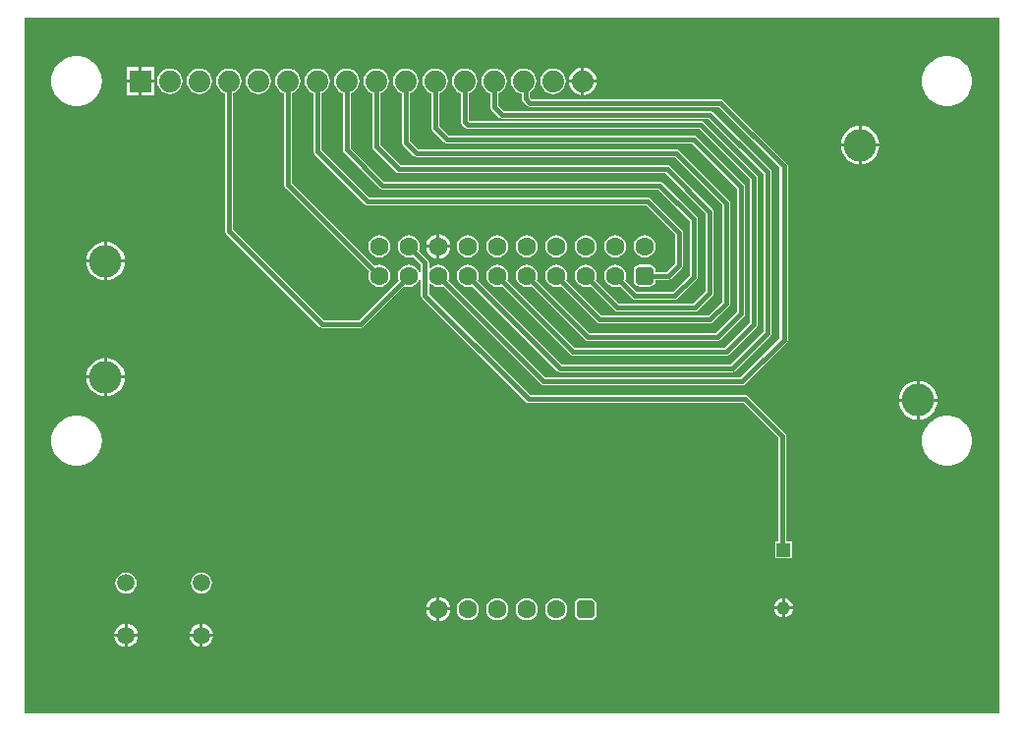
<source format=gtl>
G04*
G04 #@! TF.GenerationSoftware,Altium Limited,Altium Designer,21.3.2 (30)*
G04*
G04 Layer_Physical_Order=1*
G04 Layer_Color=13311*
%FSLAX25Y25*%
%MOIN*%
G70*
G04*
G04 #@! TF.SameCoordinates,C5F37314-CDAC-41E9-AC7F-4832BFE522EA*
G04*
G04*
G04 #@! TF.FilePolarity,Positive*
G04*
G01*
G75*
%ADD14C,0.04528*%
%ADD15R,0.04528X0.04528*%
%ADD21C,0.11024*%
%ADD22C,0.01500*%
%ADD23C,0.05906*%
%ADD24C,0.06299*%
G04:AMPARAMS|DCode=25|XSize=62.99mil|YSize=62.99mil|CornerRadius=15.75mil|HoleSize=0mil|Usage=FLASHONLY|Rotation=180.000|XOffset=0mil|YOffset=0mil|HoleType=Round|Shape=RoundedRectangle|*
%AMROUNDEDRECTD25*
21,1,0.06299,0.03150,0,0,180.0*
21,1,0.03150,0.06299,0,0,180.0*
1,1,0.03150,-0.01575,0.01575*
1,1,0.03150,0.01575,0.01575*
1,1,0.03150,0.01575,-0.01575*
1,1,0.03150,-0.01575,-0.01575*
%
%ADD25ROUNDEDRECTD25*%
%ADD26R,0.07400X0.07400*%
%ADD27C,0.07400*%
G36*
X362205Y43307D02*
X31496D01*
Y279528D01*
X362205D01*
Y43307D01*
D02*
G37*
%LPC*%
G36*
X345264Y266387D02*
X343713D01*
X343652Y266362D01*
X343588Y266375D01*
X342067Y266072D01*
X342012Y266036D01*
X341947D01*
X340514Y265442D01*
X340468Y265396D01*
X340403Y265383D01*
X339114Y264522D01*
X339077Y264467D01*
X339017Y264442D01*
X337920Y263345D01*
X337895Y263285D01*
X337841Y263248D01*
X336979Y261959D01*
X336966Y261895D01*
X336920Y261848D01*
X336326Y260415D01*
Y260350D01*
X336290Y260296D01*
X335987Y258774D01*
X336000Y258710D01*
X335975Y258649D01*
Y257099D01*
X336000Y257038D01*
X335987Y256974D01*
X336290Y255452D01*
X336326Y255398D01*
Y255333D01*
X336920Y253900D01*
X336966Y253853D01*
X336979Y253789D01*
X337841Y252500D01*
X337895Y252463D01*
X337920Y252403D01*
X339017Y251306D01*
X339077Y251281D01*
X339114Y251226D01*
X340403Y250365D01*
X340468Y250352D01*
X340514Y250306D01*
X341947Y249712D01*
X342012D01*
X342067Y249676D01*
X343588Y249373D01*
X343652Y249386D01*
X343713Y249361D01*
X345264D01*
X345324Y249386D01*
X345388Y249373D01*
X346910Y249676D01*
X346964Y249712D01*
X347030D01*
X348463Y250306D01*
X348509Y250352D01*
X348573Y250365D01*
X349863Y251226D01*
X349899Y251281D01*
X349960Y251306D01*
X351056Y252403D01*
X351081Y252463D01*
X351136Y252500D01*
X351997Y253789D01*
X352010Y253853D01*
X352057Y253900D01*
X352650Y255333D01*
Y255398D01*
X352687Y255452D01*
X352989Y256974D01*
X352976Y257038D01*
X353001Y257099D01*
Y258649D01*
X352976Y258710D01*
X352989Y258774D01*
X352687Y260296D01*
X352650Y260350D01*
Y260415D01*
X352057Y261848D01*
X352010Y261895D01*
X351997Y261959D01*
X351136Y263248D01*
X351081Y263285D01*
X351056Y263345D01*
X349960Y264442D01*
X349899Y264467D01*
X349863Y264522D01*
X348573Y265383D01*
X348509Y265396D01*
X348463Y265442D01*
X347030Y266036D01*
X346964D01*
X346910Y266072D01*
X345388Y266375D01*
X345324Y266362D01*
X345264Y266387D01*
D02*
G37*
G36*
X49988D02*
X48437D01*
X48377Y266362D01*
X48312Y266375D01*
X46791Y266072D01*
X46737Y266036D01*
X46671D01*
X45238Y265442D01*
X45192Y265396D01*
X45128Y265383D01*
X43838Y264522D01*
X43802Y264467D01*
X43741Y264442D01*
X42644Y263345D01*
X42619Y263285D01*
X42565Y263248D01*
X41703Y261959D01*
X41690Y261895D01*
X41644Y261848D01*
X41051Y260415D01*
Y260350D01*
X41014Y260296D01*
X40712Y258774D01*
X40724Y258710D01*
X40699Y258649D01*
Y257099D01*
X40724Y257038D01*
X40712Y256974D01*
X41014Y255452D01*
X41051Y255398D01*
Y255333D01*
X41644Y253900D01*
X41690Y253853D01*
X41703Y253789D01*
X42565Y252500D01*
X42619Y252463D01*
X42644Y252403D01*
X43741Y251306D01*
X43802Y251281D01*
X43838Y251226D01*
X45128Y250365D01*
X45192Y250352D01*
X45238Y250306D01*
X46671Y249712D01*
X46737D01*
X46791Y249676D01*
X48312Y249373D01*
X48377Y249386D01*
X48437Y249361D01*
X49988D01*
X50049Y249386D01*
X50113Y249373D01*
X51634Y249676D01*
X51688Y249712D01*
X51754D01*
X53187Y250306D01*
X53233Y250352D01*
X53298Y250365D01*
X54587Y251226D01*
X54624Y251281D01*
X54684Y251306D01*
X55781Y252403D01*
X55806Y252463D01*
X55860Y252500D01*
X56722Y253789D01*
X56735Y253853D01*
X56781Y253900D01*
X57375Y255333D01*
Y255398D01*
X57411Y255452D01*
X57714Y256974D01*
X57701Y257038D01*
X57726Y257099D01*
Y258649D01*
X57701Y258710D01*
X57714Y258774D01*
X57411Y260296D01*
X57375Y260350D01*
Y260415D01*
X56781Y261848D01*
X56735Y261895D01*
X56722Y261959D01*
X55860Y263248D01*
X55806Y263285D01*
X55781Y263345D01*
X54684Y264442D01*
X54624Y264467D01*
X54587Y264522D01*
X53298Y265383D01*
X53233Y265396D01*
X53187Y265442D01*
X51754Y266036D01*
X51688D01*
X51634Y266072D01*
X50113Y266375D01*
X50049Y266362D01*
X49988Y266387D01*
D02*
G37*
G36*
X221366Y262549D02*
Y258374D01*
X225541D01*
X225445Y259101D01*
X224972Y260244D01*
X224218Y261226D01*
X223236Y261980D01*
X222093Y262453D01*
X221366Y262549D01*
D02*
G37*
G36*
X220366D02*
X219639Y262453D01*
X218496Y261980D01*
X217514Y261226D01*
X216761Y260244D01*
X216287Y259101D01*
X216191Y258374D01*
X220366D01*
Y262549D01*
D02*
G37*
G36*
X75566Y262574D02*
X71366D01*
Y258374D01*
X75566D01*
Y262574D01*
D02*
G37*
G36*
X70366D02*
X66166D01*
Y258374D01*
X70366D01*
Y262574D01*
D02*
G37*
G36*
X210866Y262202D02*
X209746Y262054D01*
X208702Y261622D01*
X207806Y260934D01*
X207118Y260038D01*
X206686Y258994D01*
X206539Y257874D01*
X206686Y256754D01*
X207118Y255710D01*
X207806Y254814D01*
X208702Y254126D01*
X209746Y253694D01*
X210866Y253546D01*
X211986Y253694D01*
X213030Y254126D01*
X213926Y254814D01*
X214614Y255710D01*
X215046Y256754D01*
X215194Y257874D01*
X215046Y258994D01*
X214614Y260038D01*
X213926Y260934D01*
X213030Y261622D01*
X211986Y262054D01*
X210866Y262202D01*
D02*
G37*
G36*
X110866D02*
X109746Y262054D01*
X108702Y261622D01*
X107806Y260934D01*
X107118Y260038D01*
X106686Y258994D01*
X106539Y257874D01*
X106686Y256754D01*
X107118Y255710D01*
X107806Y254814D01*
X108702Y254126D01*
X109746Y253694D01*
X110866Y253546D01*
X111986Y253694D01*
X113030Y254126D01*
X113926Y254814D01*
X114614Y255710D01*
X115046Y256754D01*
X115194Y257874D01*
X115046Y258994D01*
X114614Y260038D01*
X113926Y260934D01*
X113030Y261622D01*
X111986Y262054D01*
X110866Y262202D01*
D02*
G37*
G36*
X90866D02*
X89746Y262054D01*
X88702Y261622D01*
X87806Y260934D01*
X87118Y260038D01*
X86686Y258994D01*
X86539Y257874D01*
X86686Y256754D01*
X87118Y255710D01*
X87806Y254814D01*
X88702Y254126D01*
X89746Y253694D01*
X90866Y253546D01*
X91986Y253694D01*
X93030Y254126D01*
X93926Y254814D01*
X94614Y255710D01*
X95046Y256754D01*
X95194Y257874D01*
X95046Y258994D01*
X94614Y260038D01*
X93926Y260934D01*
X93030Y261622D01*
X91986Y262054D01*
X90866Y262202D01*
D02*
G37*
G36*
X80866D02*
X79746Y262054D01*
X78702Y261622D01*
X77806Y260934D01*
X77118Y260038D01*
X76686Y258994D01*
X76539Y257874D01*
X76686Y256754D01*
X77118Y255710D01*
X77806Y254814D01*
X78702Y254126D01*
X79746Y253694D01*
X80866Y253546D01*
X81986Y253694D01*
X83030Y254126D01*
X83926Y254814D01*
X84614Y255710D01*
X85046Y256754D01*
X85194Y257874D01*
X85046Y258994D01*
X84614Y260038D01*
X83926Y260934D01*
X83030Y261622D01*
X81986Y262054D01*
X80866Y262202D01*
D02*
G37*
G36*
X225541Y257374D02*
X221366D01*
Y253199D01*
X222093Y253295D01*
X223236Y253769D01*
X224218Y254522D01*
X224972Y255504D01*
X225445Y256647D01*
X225541Y257374D01*
D02*
G37*
G36*
X220366D02*
X216191D01*
X216287Y256647D01*
X216761Y255504D01*
X217514Y254522D01*
X218496Y253769D01*
X219639Y253295D01*
X220366Y253199D01*
Y257374D01*
D02*
G37*
G36*
X75566D02*
X71366D01*
Y253174D01*
X75566D01*
Y257374D01*
D02*
G37*
G36*
X70366D02*
X66166D01*
Y253174D01*
X70366D01*
Y257374D01*
D02*
G37*
G36*
X315461Y242715D02*
Y236720D01*
X321455D01*
X321378Y237497D01*
X321006Y238724D01*
X320401Y239856D01*
X319587Y240847D01*
X318596Y241661D01*
X317465Y242266D01*
X316237Y242638D01*
X315461Y242715D01*
D02*
G37*
G36*
X314461D02*
X313684Y242638D01*
X312457Y242266D01*
X311325Y241661D01*
X310334Y240847D01*
X309520Y239856D01*
X308915Y238724D01*
X308543Y237497D01*
X308467Y236720D01*
X314461D01*
Y242715D01*
D02*
G37*
G36*
X321455Y235720D02*
X315461D01*
Y229726D01*
X316237Y229803D01*
X317465Y230175D01*
X318596Y230780D01*
X319587Y231594D01*
X320401Y232585D01*
X321006Y233716D01*
X321378Y234944D01*
X321455Y235720D01*
D02*
G37*
G36*
X314461D02*
X308467D01*
X308543Y234944D01*
X308915Y233716D01*
X309520Y232585D01*
X310334Y231594D01*
X311325Y230780D01*
X312457Y230175D01*
X313684Y229803D01*
X314461Y229726D01*
Y235720D01*
D02*
G37*
G36*
X172350Y205970D02*
Y202350D01*
X175970D01*
X175893Y202934D01*
X175475Y203943D01*
X174810Y204810D01*
X173943Y205475D01*
X172934Y205893D01*
X172350Y205970D01*
D02*
G37*
G36*
X171350Y205970D02*
X170767Y205893D01*
X169758Y205475D01*
X168891Y204810D01*
X168226Y203943D01*
X167808Y202934D01*
X167731Y202350D01*
X171350D01*
Y205970D01*
D02*
G37*
G36*
X241850Y205623D02*
X240874Y205494D01*
X239964Y205117D01*
X239183Y204518D01*
X238583Y203737D01*
X238207Y202827D01*
X238078Y201850D01*
X238207Y200874D01*
X238583Y199964D01*
X239183Y199183D01*
X239964Y198583D01*
X240874Y198206D01*
X241850Y198078D01*
X242827Y198206D01*
X243737Y198583D01*
X244518Y199183D01*
X245117Y199964D01*
X245494Y200874D01*
X245623Y201850D01*
X245494Y202827D01*
X245117Y203737D01*
X244518Y204518D01*
X243737Y205117D01*
X242827Y205494D01*
X241850Y205623D01*
D02*
G37*
G36*
X231850D02*
X230874Y205494D01*
X229964Y205117D01*
X229183Y204518D01*
X228583Y203737D01*
X228206Y202827D01*
X228078Y201850D01*
X228206Y200874D01*
X228583Y199964D01*
X229183Y199183D01*
X229964Y198583D01*
X230874Y198206D01*
X231850Y198078D01*
X232827Y198206D01*
X233737Y198583D01*
X234518Y199183D01*
X235117Y199964D01*
X235494Y200874D01*
X235623Y201850D01*
X235494Y202827D01*
X235117Y203737D01*
X234518Y204518D01*
X233737Y205117D01*
X232827Y205494D01*
X231850Y205623D01*
D02*
G37*
G36*
X221850D02*
X220874Y205494D01*
X219964Y205117D01*
X219183Y204518D01*
X218583Y203737D01*
X218207Y202827D01*
X218078Y201850D01*
X218207Y200874D01*
X218583Y199964D01*
X219183Y199183D01*
X219964Y198583D01*
X220874Y198206D01*
X221850Y198078D01*
X222827Y198206D01*
X223737Y198583D01*
X224518Y199183D01*
X225117Y199964D01*
X225494Y200874D01*
X225623Y201850D01*
X225494Y202827D01*
X225117Y203737D01*
X224518Y204518D01*
X223737Y205117D01*
X222827Y205494D01*
X221850Y205623D01*
D02*
G37*
G36*
X211850D02*
X210874Y205494D01*
X209964Y205117D01*
X209183Y204518D01*
X208583Y203737D01*
X208207Y202827D01*
X208078Y201850D01*
X208207Y200874D01*
X208583Y199964D01*
X209183Y199183D01*
X209964Y198583D01*
X210874Y198206D01*
X211850Y198078D01*
X212827Y198206D01*
X213737Y198583D01*
X214518Y199183D01*
X215117Y199964D01*
X215494Y200874D01*
X215623Y201850D01*
X215494Y202827D01*
X215117Y203737D01*
X214518Y204518D01*
X213737Y205117D01*
X212827Y205494D01*
X211850Y205623D01*
D02*
G37*
G36*
X201850D02*
X200874Y205494D01*
X199964Y205117D01*
X199183Y204518D01*
X198583Y203737D01*
X198206Y202827D01*
X198078Y201850D01*
X198206Y200874D01*
X198583Y199964D01*
X199183Y199183D01*
X199964Y198583D01*
X200874Y198206D01*
X201850Y198078D01*
X202827Y198206D01*
X203737Y198583D01*
X204518Y199183D01*
X205117Y199964D01*
X205494Y200874D01*
X205623Y201850D01*
X205494Y202827D01*
X205117Y203737D01*
X204518Y204518D01*
X203737Y205117D01*
X202827Y205494D01*
X201850Y205623D01*
D02*
G37*
G36*
X191850D02*
X190874Y205494D01*
X189964Y205117D01*
X189183Y204518D01*
X188583Y203737D01*
X188207Y202827D01*
X188078Y201850D01*
X188207Y200874D01*
X188583Y199964D01*
X189183Y199183D01*
X189964Y198583D01*
X190874Y198206D01*
X191850Y198078D01*
X192827Y198206D01*
X193737Y198583D01*
X194518Y199183D01*
X195117Y199964D01*
X195494Y200874D01*
X195623Y201850D01*
X195494Y202827D01*
X195117Y203737D01*
X194518Y204518D01*
X193737Y205117D01*
X192827Y205494D01*
X191850Y205623D01*
D02*
G37*
G36*
X181850D02*
X180874Y205494D01*
X179964Y205117D01*
X179183Y204518D01*
X178583Y203737D01*
X178207Y202827D01*
X178078Y201850D01*
X178207Y200874D01*
X178583Y199964D01*
X179183Y199183D01*
X179964Y198583D01*
X180874Y198206D01*
X181850Y198078D01*
X182827Y198206D01*
X183737Y198583D01*
X184518Y199183D01*
X185117Y199964D01*
X185494Y200874D01*
X185623Y201850D01*
X185494Y202827D01*
X185117Y203737D01*
X184518Y204518D01*
X183737Y205117D01*
X182827Y205494D01*
X181850Y205623D01*
D02*
G37*
G36*
X151850D02*
X150874Y205494D01*
X149964Y205117D01*
X149183Y204518D01*
X148583Y203737D01*
X148206Y202827D01*
X148078Y201850D01*
X148206Y200874D01*
X148583Y199964D01*
X149183Y199183D01*
X149964Y198583D01*
X150874Y198206D01*
X151850Y198078D01*
X152827Y198206D01*
X153737Y198583D01*
X154518Y199183D01*
X155117Y199964D01*
X155494Y200874D01*
X155623Y201850D01*
X155494Y202827D01*
X155117Y203737D01*
X154518Y204518D01*
X153737Y205117D01*
X152827Y205494D01*
X151850Y205623D01*
D02*
G37*
G36*
X175970Y201350D02*
X172350D01*
Y197731D01*
X172934Y197808D01*
X173943Y198226D01*
X174810Y198891D01*
X175475Y199758D01*
X175893Y200767D01*
X175970Y201350D01*
D02*
G37*
G36*
X171350D02*
X167731D01*
X167808Y200767D01*
X168226Y199758D01*
X168891Y198891D01*
X169758Y198226D01*
X170767Y197808D01*
X171350Y197731D01*
Y201350D01*
D02*
G37*
G36*
X59555Y203344D02*
Y197350D01*
X65549D01*
X65473Y198127D01*
X65100Y199354D01*
X64496Y200486D01*
X63682Y201477D01*
X62690Y202291D01*
X61559Y202896D01*
X60332Y203268D01*
X59555Y203344D01*
D02*
G37*
G36*
X58555D02*
X57779Y203268D01*
X56551Y202896D01*
X55420Y202291D01*
X54428Y201477D01*
X53614Y200486D01*
X53010Y199354D01*
X52637Y198127D01*
X52561Y197350D01*
X58555D01*
Y203344D01*
D02*
G37*
G36*
X130866Y262202D02*
X129746Y262054D01*
X128702Y261622D01*
X127806Y260934D01*
X127118Y260038D01*
X126686Y258994D01*
X126539Y257874D01*
X126686Y256754D01*
X127118Y255710D01*
X127806Y254814D01*
X128702Y254126D01*
X129499Y253796D01*
Y234134D01*
X129603Y233611D01*
X129900Y233167D01*
X147034Y216034D01*
X147477Y215737D01*
X148000Y215633D01*
X242434D01*
X252133Y205934D01*
Y196066D01*
X249284Y193217D01*
X245633D01*
Y193425D01*
X245465Y194270D01*
X244986Y194986D01*
X244270Y195465D01*
X243425Y195633D01*
X240276D01*
X239431Y195465D01*
X238715Y194986D01*
X238236Y194270D01*
X238068Y193425D01*
Y190276D01*
X238236Y189431D01*
X238715Y188715D01*
X239431Y188236D01*
X240276Y188068D01*
X243425D01*
X244270Y188236D01*
X244986Y188715D01*
X245465Y189431D01*
X245633Y190276D01*
Y190484D01*
X249850D01*
X250374Y190588D01*
X250817Y190884D01*
X254467Y194534D01*
X254763Y194977D01*
X254867Y195500D01*
Y206500D01*
X254763Y207023D01*
X254467Y207467D01*
X243967Y217967D01*
X243523Y218263D01*
X243000Y218367D01*
X148566D01*
X132233Y234700D01*
Y253796D01*
X133030Y254126D01*
X133926Y254814D01*
X134614Y255710D01*
X135046Y256754D01*
X135194Y257874D01*
X135046Y258994D01*
X134614Y260038D01*
X133926Y260934D01*
X133030Y261622D01*
X131986Y262054D01*
X130866Y262202D01*
D02*
G37*
G36*
X65549Y196350D02*
X59555D01*
Y190356D01*
X60332Y190433D01*
X61559Y190805D01*
X62690Y191410D01*
X63682Y192224D01*
X64496Y193215D01*
X65100Y194346D01*
X65473Y195574D01*
X65549Y196350D01*
D02*
G37*
G36*
X58555D02*
X52561D01*
X52637Y195574D01*
X53010Y194346D01*
X53614Y193215D01*
X54428Y192224D01*
X55420Y191410D01*
X56551Y190805D01*
X57779Y190433D01*
X58555Y190356D01*
Y196350D01*
D02*
G37*
G36*
X120866Y262202D02*
X119746Y262054D01*
X118702Y261622D01*
X117806Y260934D01*
X117118Y260038D01*
X116686Y258994D01*
X116539Y257874D01*
X116686Y256754D01*
X117118Y255710D01*
X117806Y254814D01*
X118702Y254126D01*
X119499Y253796D01*
Y222835D01*
X119603Y222312D01*
X119900Y221868D01*
X148422Y193346D01*
X148206Y192827D01*
X148078Y191850D01*
X148206Y190874D01*
X148583Y189964D01*
X149183Y189183D01*
X149964Y188583D01*
X150874Y188207D01*
X151850Y188078D01*
X152827Y188207D01*
X153737Y188583D01*
X154518Y189183D01*
X155117Y189964D01*
X155494Y190874D01*
X155623Y191850D01*
X155494Y192827D01*
X155117Y193737D01*
X154518Y194518D01*
X153737Y195117D01*
X152827Y195494D01*
X151850Y195623D01*
X150874Y195494D01*
X150355Y195279D01*
X122233Y223401D01*
Y253796D01*
X123030Y254126D01*
X123926Y254814D01*
X124614Y255710D01*
X125046Y256754D01*
X125194Y257874D01*
X125046Y258994D01*
X124614Y260038D01*
X123926Y260934D01*
X123030Y261622D01*
X121986Y262054D01*
X120866Y262202D01*
D02*
G37*
G36*
X140866D02*
X139746Y262054D01*
X138702Y261622D01*
X137806Y260934D01*
X137118Y260038D01*
X136686Y258994D01*
X136539Y257874D01*
X136686Y256754D01*
X137118Y255710D01*
X137806Y254814D01*
X138702Y254126D01*
X139499Y253796D01*
Y234634D01*
X139603Y234111D01*
X139900Y233667D01*
X152033Y221533D01*
X152477Y221237D01*
X153000Y221133D01*
X246434D01*
X257133Y210434D01*
Y192066D01*
X251434Y186367D01*
X239267D01*
X235279Y190355D01*
X235494Y190874D01*
X235623Y191850D01*
X235494Y192827D01*
X235117Y193737D01*
X234518Y194518D01*
X233737Y195117D01*
X232827Y195494D01*
X231850Y195623D01*
X230874Y195494D01*
X229964Y195117D01*
X229183Y194518D01*
X228583Y193737D01*
X228206Y192827D01*
X228078Y191850D01*
X228206Y190874D01*
X228583Y189964D01*
X229183Y189183D01*
X229964Y188583D01*
X230874Y188207D01*
X231850Y188078D01*
X232827Y188207D01*
X233346Y188422D01*
X237734Y184034D01*
X238178Y183737D01*
X238701Y183633D01*
X252000D01*
X252523Y183737D01*
X252966Y184034D01*
X259467Y190533D01*
X259763Y190977D01*
X259867Y191500D01*
Y211000D01*
X259763Y211523D01*
X259467Y211966D01*
X247967Y223466D01*
X247523Y223763D01*
X247000Y223867D01*
X153566D01*
X142233Y235200D01*
Y253796D01*
X143030Y254126D01*
X143926Y254814D01*
X144614Y255710D01*
X145046Y256754D01*
X145194Y257874D01*
X145046Y258994D01*
X144614Y260038D01*
X143926Y260934D01*
X143030Y261622D01*
X141986Y262054D01*
X140866Y262202D01*
D02*
G37*
G36*
X150866D02*
X149746Y262054D01*
X148702Y261622D01*
X147806Y260934D01*
X147118Y260038D01*
X146686Y258994D01*
X146539Y257874D01*
X146686Y256754D01*
X147118Y255710D01*
X147806Y254814D01*
X148702Y254126D01*
X149499Y253796D01*
Y235634D01*
X149603Y235111D01*
X149900Y234667D01*
X157534Y227033D01*
X157977Y226737D01*
X158500Y226633D01*
X248934D01*
X262633Y212934D01*
Y186566D01*
X258434Y182367D01*
X233267D01*
X225279Y190355D01*
X225494Y190874D01*
X225623Y191850D01*
X225494Y192827D01*
X225117Y193737D01*
X224518Y194518D01*
X223737Y195117D01*
X222827Y195494D01*
X221850Y195623D01*
X220874Y195494D01*
X219964Y195117D01*
X219183Y194518D01*
X218583Y193737D01*
X218207Y192827D01*
X218078Y191850D01*
X218207Y190874D01*
X218583Y189964D01*
X219183Y189183D01*
X219964Y188583D01*
X220874Y188207D01*
X221850Y188078D01*
X222827Y188207D01*
X223346Y188422D01*
X231734Y180034D01*
X232178Y179737D01*
X232701Y179633D01*
X259000D01*
X259523Y179737D01*
X259966Y180034D01*
X264967Y185034D01*
X265263Y185477D01*
X265367Y186000D01*
Y213500D01*
X265263Y214023D01*
X264967Y214467D01*
X250466Y228966D01*
X250023Y229263D01*
X249500Y229367D01*
X159066D01*
X152233Y236200D01*
Y253796D01*
X153030Y254126D01*
X153926Y254814D01*
X154614Y255710D01*
X155046Y256754D01*
X155194Y257874D01*
X155046Y258994D01*
X154614Y260038D01*
X153926Y260934D01*
X153030Y261622D01*
X151986Y262054D01*
X150866Y262202D01*
D02*
G37*
G36*
X160866D02*
X159746Y262054D01*
X158702Y261622D01*
X157806Y260934D01*
X157118Y260038D01*
X156686Y258994D01*
X156539Y257874D01*
X156686Y256754D01*
X157118Y255710D01*
X157806Y254814D01*
X158702Y254126D01*
X159499Y253796D01*
Y237134D01*
X159603Y236611D01*
X159900Y236167D01*
X163533Y232534D01*
X163977Y232237D01*
X164500Y232133D01*
X251934D01*
X268133Y215934D01*
Y183066D01*
X263434Y178367D01*
X227267D01*
X215279Y190355D01*
X215494Y190874D01*
X215623Y191850D01*
X215494Y192827D01*
X215117Y193737D01*
X214518Y194518D01*
X213737Y195117D01*
X212827Y195494D01*
X211850Y195623D01*
X210874Y195494D01*
X209964Y195117D01*
X209183Y194518D01*
X208583Y193737D01*
X208207Y192827D01*
X208078Y191850D01*
X208207Y190874D01*
X208583Y189964D01*
X209183Y189183D01*
X209964Y188583D01*
X210874Y188207D01*
X211850Y188078D01*
X212827Y188207D01*
X213346Y188422D01*
X225734Y176033D01*
X226178Y175737D01*
X226701Y175633D01*
X264000D01*
X264523Y175737D01*
X264967Y176033D01*
X270466Y181534D01*
X270763Y181977D01*
X270867Y182500D01*
Y216500D01*
X270763Y217023D01*
X270466Y217466D01*
X253467Y234467D01*
X253023Y234763D01*
X252500Y234867D01*
X165066D01*
X162233Y237700D01*
Y253796D01*
X163030Y254126D01*
X163926Y254814D01*
X164614Y255710D01*
X165046Y256754D01*
X165194Y257874D01*
X165046Y258994D01*
X164614Y260038D01*
X163926Y260934D01*
X163030Y261622D01*
X161986Y262054D01*
X160866Y262202D01*
D02*
G37*
G36*
X170866D02*
X169746Y262054D01*
X168702Y261622D01*
X167806Y260934D01*
X167118Y260038D01*
X166686Y258994D01*
X166539Y257874D01*
X166686Y256754D01*
X167118Y255710D01*
X167806Y254814D01*
X168702Y254126D01*
X169499Y253796D01*
Y242134D01*
X169603Y241611D01*
X169900Y241167D01*
X174033Y237034D01*
X174477Y236737D01*
X175000Y236633D01*
X257934D01*
X273133Y221434D01*
Y179566D01*
X265934Y172367D01*
X223267D01*
X205279Y190355D01*
X205494Y190874D01*
X205623Y191850D01*
X205494Y192827D01*
X205117Y193737D01*
X204518Y194518D01*
X203737Y195117D01*
X202827Y195494D01*
X201850Y195623D01*
X200874Y195494D01*
X199964Y195117D01*
X199183Y194518D01*
X198583Y193737D01*
X198206Y192827D01*
X198078Y191850D01*
X198206Y190874D01*
X198583Y189964D01*
X199183Y189183D01*
X199964Y188583D01*
X200874Y188207D01*
X201850Y188078D01*
X202827Y188207D01*
X203346Y188422D01*
X221734Y170034D01*
X222178Y169737D01*
X222701Y169633D01*
X266500D01*
X267023Y169737D01*
X267466Y170034D01*
X275466Y178033D01*
X275763Y178477D01*
X275867Y179000D01*
Y222000D01*
X275763Y222523D01*
X275466Y222967D01*
X259467Y238966D01*
X259023Y239263D01*
X258500Y239367D01*
X175566D01*
X172233Y242700D01*
Y253796D01*
X173030Y254126D01*
X173926Y254814D01*
X174614Y255710D01*
X175046Y256754D01*
X175194Y257874D01*
X175046Y258994D01*
X174614Y260038D01*
X173926Y260934D01*
X173030Y261622D01*
X171986Y262054D01*
X170866Y262202D01*
D02*
G37*
G36*
X180866D02*
X179746Y262054D01*
X178702Y261622D01*
X177806Y260934D01*
X177118Y260038D01*
X176686Y258994D01*
X176539Y257874D01*
X176686Y256754D01*
X177118Y255710D01*
X177806Y254814D01*
X178702Y254126D01*
X179499Y253796D01*
Y244134D01*
X179603Y243611D01*
X179900Y243167D01*
X181034Y242034D01*
X181477Y241737D01*
X182000Y241633D01*
X260434D01*
X277633Y224434D01*
Y176066D01*
X268934Y167367D01*
X218267D01*
X195279Y190355D01*
X195494Y190874D01*
X195623Y191850D01*
X195494Y192827D01*
X195117Y193737D01*
X194518Y194518D01*
X193737Y195117D01*
X192827Y195494D01*
X191850Y195623D01*
X190874Y195494D01*
X189964Y195117D01*
X189183Y194518D01*
X188583Y193737D01*
X188207Y192827D01*
X188078Y191850D01*
X188207Y190874D01*
X188583Y189964D01*
X189183Y189183D01*
X189964Y188583D01*
X190874Y188207D01*
X191850Y188078D01*
X192827Y188207D01*
X193346Y188422D01*
X216734Y165033D01*
X217178Y164737D01*
X217701Y164633D01*
X269500D01*
X270023Y164737D01*
X270466Y165033D01*
X279966Y174533D01*
X280263Y174977D01*
X280367Y175500D01*
Y225000D01*
X280263Y225523D01*
X279966Y225967D01*
X261966Y243967D01*
X261523Y244263D01*
X261000Y244367D01*
X182566D01*
X182233Y244700D01*
Y253796D01*
X183030Y254126D01*
X183926Y254814D01*
X184614Y255710D01*
X185046Y256754D01*
X185194Y257874D01*
X185046Y258994D01*
X184614Y260038D01*
X183926Y260934D01*
X183030Y261622D01*
X181986Y262054D01*
X180866Y262202D01*
D02*
G37*
G36*
X190866D02*
X189746Y262054D01*
X188702Y261622D01*
X187806Y260934D01*
X187118Y260038D01*
X186686Y258994D01*
X186539Y257874D01*
X186686Y256754D01*
X187118Y255710D01*
X187806Y254814D01*
X188702Y254126D01*
X189499Y253796D01*
Y249134D01*
X189603Y248611D01*
X189900Y248167D01*
X192534Y245533D01*
X192977Y245237D01*
X193500Y245133D01*
X263434D01*
X282133Y226434D01*
Y173066D01*
X270934Y161867D01*
X213767D01*
X185279Y190355D01*
X185494Y190874D01*
X185623Y191850D01*
X185494Y192827D01*
X185117Y193737D01*
X184518Y194518D01*
X183737Y195117D01*
X182827Y195494D01*
X181850Y195623D01*
X180874Y195494D01*
X179964Y195117D01*
X179183Y194518D01*
X178583Y193737D01*
X178207Y192827D01*
X178078Y191850D01*
X178207Y190874D01*
X178583Y189964D01*
X179183Y189183D01*
X179964Y188583D01*
X180874Y188207D01*
X181850Y188078D01*
X182827Y188207D01*
X183346Y188422D01*
X212234Y159534D01*
X212678Y159237D01*
X213201Y159133D01*
X271500D01*
X272023Y159237D01*
X272466Y159534D01*
X284467Y171534D01*
X284763Y171977D01*
X284867Y172500D01*
Y227000D01*
X284763Y227523D01*
X284467Y227966D01*
X264967Y247466D01*
X264523Y247763D01*
X264000Y247867D01*
X194066D01*
X192233Y249700D01*
Y253796D01*
X193030Y254126D01*
X193926Y254814D01*
X194614Y255710D01*
X195046Y256754D01*
X195194Y257874D01*
X195046Y258994D01*
X194614Y260038D01*
X193926Y260934D01*
X193030Y261622D01*
X191986Y262054D01*
X190866Y262202D01*
D02*
G37*
G36*
X59555Y163974D02*
Y157980D01*
X65549D01*
X65473Y158757D01*
X65100Y159984D01*
X64496Y161116D01*
X63682Y162107D01*
X62690Y162921D01*
X61559Y163525D01*
X60332Y163898D01*
X59555Y163974D01*
D02*
G37*
G36*
X58555D02*
X57779Y163898D01*
X56551Y163525D01*
X55420Y162921D01*
X54428Y162107D01*
X53614Y161116D01*
X53010Y159984D01*
X52637Y158757D01*
X52561Y157980D01*
X58555D01*
Y163974D01*
D02*
G37*
G36*
X200866Y262202D02*
X199746Y262054D01*
X198702Y261622D01*
X197806Y260934D01*
X197118Y260038D01*
X196686Y258994D01*
X196539Y257874D01*
X196686Y256754D01*
X197118Y255710D01*
X197806Y254814D01*
X198702Y254126D01*
X199746Y253694D01*
X200209Y253633D01*
Y251924D01*
X200313Y251401D01*
X200609Y250957D01*
X202033Y249534D01*
X202477Y249237D01*
X203000Y249133D01*
X267155D01*
X287720Y228568D01*
Y170653D01*
X274434Y157367D01*
X208267D01*
X175279Y190355D01*
X175494Y190874D01*
X175623Y191850D01*
X175494Y192827D01*
X175117Y193737D01*
X174518Y194518D01*
X173737Y195117D01*
X172827Y195494D01*
X171850Y195623D01*
X170874Y195494D01*
X169964Y195117D01*
X169227Y194552D01*
X168874Y194623D01*
X168727Y194673D01*
Y196341D01*
X168623Y196864D01*
X168327Y197307D01*
X165279Y200355D01*
X165494Y200874D01*
X165623Y201850D01*
X165494Y202827D01*
X165117Y203737D01*
X164518Y204518D01*
X163737Y205117D01*
X162827Y205494D01*
X161850Y205623D01*
X160874Y205494D01*
X159964Y205117D01*
X159183Y204518D01*
X158583Y203737D01*
X158206Y202827D01*
X158078Y201850D01*
X158206Y200874D01*
X158583Y199964D01*
X159183Y199183D01*
X159964Y198583D01*
X160874Y198206D01*
X161850Y198078D01*
X162827Y198206D01*
X163346Y198422D01*
X165993Y195774D01*
Y192866D01*
X165494Y192827D01*
X165117Y193737D01*
X164518Y194518D01*
X163737Y195117D01*
X162827Y195494D01*
X161850Y195623D01*
X160874Y195494D01*
X159964Y195117D01*
X159183Y194518D01*
X158583Y193737D01*
X158206Y192827D01*
X158078Y191850D01*
X158206Y190874D01*
X158422Y190355D01*
X144934Y176867D01*
X133066D01*
X102233Y207700D01*
Y253796D01*
X103030Y254126D01*
X103926Y254814D01*
X104614Y255710D01*
X105046Y256754D01*
X105194Y257874D01*
X105046Y258994D01*
X104614Y260038D01*
X103926Y260934D01*
X103030Y261622D01*
X101986Y262054D01*
X100866Y262202D01*
X99746Y262054D01*
X98702Y261622D01*
X97806Y260934D01*
X97118Y260038D01*
X96686Y258994D01*
X96539Y257874D01*
X96686Y256754D01*
X97118Y255710D01*
X97806Y254814D01*
X98702Y254126D01*
X99499Y253796D01*
Y207134D01*
X99603Y206611D01*
X99900Y206167D01*
X131534Y174533D01*
X131977Y174237D01*
X132500Y174133D01*
X145500D01*
X146023Y174237D01*
X146467Y174533D01*
X160355Y188422D01*
X160874Y188207D01*
X161850Y188078D01*
X162827Y188207D01*
X163737Y188583D01*
X164518Y189183D01*
X165117Y189964D01*
X165494Y190874D01*
X165993Y190835D01*
Y185140D01*
X166097Y184617D01*
X166394Y184173D01*
X201534Y149033D01*
X201977Y148737D01*
X202500Y148633D01*
X275434D01*
X287133Y136934D01*
Y101697D01*
X286146D01*
Y95988D01*
X291854D01*
Y101697D01*
X289867D01*
Y137500D01*
X289763Y138023D01*
X289467Y138467D01*
X276967Y150967D01*
X276523Y151263D01*
X276000Y151367D01*
X203066D01*
X168727Y185706D01*
Y189028D01*
X168874Y189078D01*
X169227Y189149D01*
X169964Y188583D01*
X170874Y188207D01*
X171850Y188078D01*
X172827Y188207D01*
X173346Y188422D01*
X206734Y155034D01*
X207178Y154737D01*
X207701Y154633D01*
X275000D01*
X275523Y154737D01*
X275967Y155034D01*
X290054Y169121D01*
X290350Y169564D01*
X290454Y170087D01*
Y229134D01*
X290350Y229657D01*
X290054Y230100D01*
X268687Y251466D01*
X268244Y251763D01*
X267721Y251867D01*
X203566D01*
X202943Y252490D01*
Y254090D01*
X203030Y254126D01*
X203926Y254814D01*
X204614Y255710D01*
X205046Y256754D01*
X205194Y257874D01*
X205046Y258994D01*
X204614Y260038D01*
X203926Y260934D01*
X203030Y261622D01*
X201986Y262054D01*
X200866Y262202D01*
D02*
G37*
G36*
X65549Y156980D02*
X59555D01*
Y150986D01*
X60332Y151063D01*
X61559Y151435D01*
X62690Y152040D01*
X63682Y152854D01*
X64496Y153845D01*
X65100Y154976D01*
X65473Y156204D01*
X65549Y156980D01*
D02*
G37*
G36*
X58555D02*
X52561D01*
X52637Y156204D01*
X53010Y154976D01*
X53614Y153845D01*
X54428Y152854D01*
X55420Y152040D01*
X56551Y151435D01*
X57779Y151063D01*
X58555Y150986D01*
Y156980D01*
D02*
G37*
G36*
X335146Y156100D02*
Y150106D01*
X341140D01*
X341063Y150883D01*
X340691Y152110D01*
X340086Y153242D01*
X339272Y154233D01*
X338281Y155047D01*
X337150Y155651D01*
X335922Y156024D01*
X335146Y156100D01*
D02*
G37*
G36*
X334146D02*
X333369Y156024D01*
X332142Y155651D01*
X331010Y155047D01*
X330019Y154233D01*
X329205Y153242D01*
X328600Y152110D01*
X328228Y150883D01*
X328152Y150106D01*
X334146D01*
Y156100D01*
D02*
G37*
G36*
X345264Y144340D02*
X343713D01*
X343652Y144315D01*
X343588Y144328D01*
X342067Y144025D01*
X342012Y143989D01*
X341947D01*
X340514Y143395D01*
X340468Y143349D01*
X340403Y143336D01*
X339114Y142474D01*
X339077Y142420D01*
X339017Y142395D01*
X337920Y141298D01*
X337895Y141238D01*
X337841Y141201D01*
X336979Y139912D01*
X336966Y139847D01*
X336920Y139801D01*
X336326Y138368D01*
Y138303D01*
X336290Y138248D01*
X335987Y136727D01*
X336000Y136663D01*
X335975Y136602D01*
Y135051D01*
X336000Y134991D01*
X335987Y134926D01*
X336290Y133405D01*
X336326Y133351D01*
Y133285D01*
X336920Y131852D01*
X336966Y131806D01*
X336979Y131742D01*
X337841Y130452D01*
X337895Y130416D01*
X337920Y130355D01*
X339017Y129259D01*
X339077Y129234D01*
X339114Y129179D01*
X340403Y128317D01*
X340468Y128305D01*
X340514Y128258D01*
X341947Y127665D01*
X342012D01*
X342067Y127628D01*
X343588Y127326D01*
X343652Y127339D01*
X343713Y127313D01*
X345264D01*
X345324Y127339D01*
X345388Y127326D01*
X346910Y127628D01*
X346964Y127665D01*
X347030D01*
X348463Y128258D01*
X348509Y128305D01*
X348573Y128317D01*
X349863Y129179D01*
X349899Y129234D01*
X349960Y129259D01*
X351056Y130355D01*
X351081Y130416D01*
X351136Y130452D01*
X351997Y131742D01*
X352010Y131806D01*
X352057Y131852D01*
X352650Y133285D01*
Y133351D01*
X352687Y133405D01*
X352989Y134926D01*
X352976Y134991D01*
X353001Y135051D01*
Y136602D01*
X352976Y136663D01*
X352989Y136727D01*
X352687Y138248D01*
X352650Y138303D01*
Y138368D01*
X352057Y139801D01*
X352010Y139847D01*
X351997Y139912D01*
X351136Y141201D01*
X351081Y141238D01*
X351056Y141298D01*
X349960Y142395D01*
X349899Y142420D01*
X349863Y142474D01*
X348573Y143336D01*
X348509Y143349D01*
X348463Y143395D01*
X347030Y143989D01*
X346964D01*
X346910Y144025D01*
X345388Y144328D01*
X345324Y144315D01*
X345264Y144340D01*
D02*
G37*
G36*
X49988D02*
X48437D01*
X48377Y144315D01*
X48312Y144328D01*
X46791Y144025D01*
X46737Y143989D01*
X46671D01*
X45238Y143395D01*
X45192Y143349D01*
X45128Y143336D01*
X43838Y142474D01*
X43802Y142420D01*
X43741Y142395D01*
X42644Y141298D01*
X42619Y141238D01*
X42565Y141201D01*
X41703Y139912D01*
X41690Y139847D01*
X41644Y139801D01*
X41051Y138368D01*
Y138303D01*
X41014Y138248D01*
X40712Y136727D01*
X40724Y136663D01*
X40699Y136602D01*
Y135051D01*
X40724Y134991D01*
X40712Y134926D01*
X41014Y133405D01*
X41051Y133351D01*
Y133285D01*
X41644Y131852D01*
X41690Y131806D01*
X41703Y131742D01*
X42565Y130452D01*
X42619Y130416D01*
X42644Y130355D01*
X43741Y129259D01*
X43802Y129234D01*
X43838Y129179D01*
X45128Y128317D01*
X45192Y128305D01*
X45238Y128258D01*
X46671Y127665D01*
X46737D01*
X46791Y127628D01*
X48312Y127326D01*
X48377Y127339D01*
X48437Y127313D01*
X49988D01*
X50049Y127339D01*
X50113Y127326D01*
X51634Y127628D01*
X51688Y127665D01*
X51754D01*
X53187Y128258D01*
X53233Y128305D01*
X53298Y128317D01*
X54587Y129179D01*
X54624Y129234D01*
X54684Y129259D01*
X55781Y130355D01*
X55806Y130416D01*
X55860Y130452D01*
X56722Y131742D01*
X56735Y131806D01*
X56781Y131852D01*
X57375Y133285D01*
Y133351D01*
X57411Y133405D01*
X57714Y134926D01*
X57701Y134991D01*
X57726Y135051D01*
Y136602D01*
X57701Y136663D01*
X57714Y136727D01*
X57411Y138248D01*
X57375Y138303D01*
Y138368D01*
X56781Y139801D01*
X56735Y139847D01*
X56722Y139912D01*
X55860Y141201D01*
X55806Y141238D01*
X55781Y141298D01*
X54684Y142395D01*
X54624Y142420D01*
X54587Y142474D01*
X53298Y143336D01*
X53233Y143349D01*
X53187Y143395D01*
X51754Y143989D01*
X51688D01*
X51634Y144025D01*
X50113Y144328D01*
X50049Y144315D01*
X49988Y144340D01*
D02*
G37*
G36*
X341140Y149106D02*
X335146D01*
Y143112D01*
X335922Y143189D01*
X337150Y143561D01*
X338281Y144166D01*
X339272Y144980D01*
X340086Y145971D01*
X340691Y147102D01*
X341063Y148330D01*
X341140Y149106D01*
D02*
G37*
G36*
X334146D02*
X328152D01*
X328228Y148330D01*
X328600Y147102D01*
X329205Y145971D01*
X330019Y144980D01*
X331010Y144166D01*
X332142Y143561D01*
X333369Y143189D01*
X334146Y143112D01*
Y149106D01*
D02*
G37*
G36*
X91535Y91172D02*
X90610Y91050D01*
X89749Y90693D01*
X89008Y90126D01*
X88440Y89385D01*
X88083Y88523D01*
X87962Y87598D01*
X88083Y86673D01*
X88440Y85812D01*
X89008Y85071D01*
X89749Y84503D01*
X90610Y84146D01*
X91535Y84025D01*
X92460Y84146D01*
X93322Y84503D01*
X94063Y85071D01*
X94630Y85812D01*
X94987Y86673D01*
X95109Y87598D01*
X94987Y88523D01*
X94630Y89385D01*
X94063Y90126D01*
X93322Y90693D01*
X92460Y91050D01*
X91535Y91172D01*
D02*
G37*
G36*
X65945D02*
X65020Y91050D01*
X64158Y90693D01*
X63418Y90126D01*
X62850Y89385D01*
X62493Y88523D01*
X62371Y87598D01*
X62493Y86673D01*
X62850Y85812D01*
X63418Y85071D01*
X64158Y84503D01*
X65020Y84146D01*
X65945Y84025D01*
X66870Y84146D01*
X67732Y84503D01*
X68472Y85071D01*
X69040Y85812D01*
X69397Y86673D01*
X69519Y87598D01*
X69397Y88523D01*
X69040Y89385D01*
X68472Y90126D01*
X67732Y90693D01*
X66870Y91050D01*
X65945Y91172D01*
D02*
G37*
G36*
X289500Y82384D02*
Y79658D01*
X292226D01*
X292180Y80010D01*
X291851Y80803D01*
X291328Y81485D01*
X290646Y82008D01*
X289852Y82337D01*
X289500Y82384D01*
D02*
G37*
G36*
X288500D02*
X288148Y82337D01*
X287354Y82008D01*
X286672Y81485D01*
X286149Y80803D01*
X285820Y80010D01*
X285774Y79658D01*
X288500D01*
Y82384D01*
D02*
G37*
G36*
X172350Y82860D02*
Y79240D01*
X175970D01*
X175893Y79823D01*
X175475Y80833D01*
X174810Y81700D01*
X173943Y82365D01*
X172934Y82783D01*
X172350Y82860D01*
D02*
G37*
G36*
X171350Y82860D02*
X170767Y82783D01*
X169758Y82365D01*
X168891Y81700D01*
X168226Y80833D01*
X167808Y79823D01*
X167731Y79240D01*
X171350D01*
Y82860D01*
D02*
G37*
G36*
X292226Y78658D02*
X289500D01*
Y75931D01*
X289852Y75978D01*
X290646Y76307D01*
X291328Y76830D01*
X291851Y77512D01*
X292180Y78306D01*
X292226Y78658D01*
D02*
G37*
G36*
X288500D02*
X285774D01*
X285820Y78306D01*
X286149Y77512D01*
X286672Y76830D01*
X287354Y76307D01*
X288148Y75978D01*
X288500Y75931D01*
Y78658D01*
D02*
G37*
G36*
X211850Y82513D02*
X210874Y82384D01*
X209964Y82007D01*
X209183Y81408D01*
X208583Y80626D01*
X208207Y79716D01*
X208078Y78740D01*
X208207Y77764D01*
X208583Y76854D01*
X209183Y76073D01*
X209964Y75473D01*
X210874Y75096D01*
X211850Y74968D01*
X212827Y75096D01*
X213737Y75473D01*
X214518Y76073D01*
X215117Y76854D01*
X215494Y77764D01*
X215623Y78740D01*
X215494Y79716D01*
X215117Y80626D01*
X214518Y81408D01*
X213737Y82007D01*
X212827Y82384D01*
X211850Y82513D01*
D02*
G37*
G36*
X201850D02*
X200874Y82384D01*
X199964Y82007D01*
X199183Y81408D01*
X198583Y80626D01*
X198206Y79716D01*
X198078Y78740D01*
X198206Y77764D01*
X198583Y76854D01*
X199183Y76073D01*
X199964Y75473D01*
X200874Y75096D01*
X201850Y74968D01*
X202827Y75096D01*
X203737Y75473D01*
X204518Y76073D01*
X205117Y76854D01*
X205494Y77764D01*
X205623Y78740D01*
X205494Y79716D01*
X205117Y80626D01*
X204518Y81408D01*
X203737Y82007D01*
X202827Y82384D01*
X201850Y82513D01*
D02*
G37*
G36*
X191850D02*
X190874Y82384D01*
X189964Y82007D01*
X189183Y81408D01*
X188583Y80626D01*
X188207Y79716D01*
X188078Y78740D01*
X188207Y77764D01*
X188583Y76854D01*
X189183Y76073D01*
X189964Y75473D01*
X190874Y75096D01*
X191850Y74968D01*
X192827Y75096D01*
X193737Y75473D01*
X194518Y76073D01*
X195117Y76854D01*
X195494Y77764D01*
X195623Y78740D01*
X195494Y79716D01*
X195117Y80626D01*
X194518Y81408D01*
X193737Y82007D01*
X192827Y82384D01*
X191850Y82513D01*
D02*
G37*
G36*
X181850D02*
X180874Y82384D01*
X179964Y82007D01*
X179183Y81408D01*
X178583Y80626D01*
X178207Y79716D01*
X178078Y78740D01*
X178207Y77764D01*
X178583Y76854D01*
X179183Y76073D01*
X179964Y75473D01*
X180874Y75096D01*
X181850Y74968D01*
X182827Y75096D01*
X183737Y75473D01*
X184518Y76073D01*
X185117Y76854D01*
X185494Y77764D01*
X185623Y78740D01*
X185494Y79716D01*
X185117Y80626D01*
X184518Y81408D01*
X183737Y82007D01*
X182827Y82384D01*
X181850Y82513D01*
D02*
G37*
G36*
X223425Y82523D02*
X220276D01*
X219431Y82355D01*
X218714Y81876D01*
X218236Y81160D01*
X218068Y80315D01*
Y77165D01*
X218236Y76320D01*
X218714Y75604D01*
X219431Y75126D01*
X220276Y74958D01*
X223425D01*
X224270Y75126D01*
X224986Y75604D01*
X225465Y76320D01*
X225633Y77165D01*
Y80315D01*
X225465Y81160D01*
X224986Y81876D01*
X224270Y82355D01*
X223425Y82523D01*
D02*
G37*
G36*
X175970Y78240D02*
X172350D01*
Y74621D01*
X172934Y74697D01*
X173943Y75116D01*
X174810Y75781D01*
X175475Y76648D01*
X175893Y77657D01*
X175970Y78240D01*
D02*
G37*
G36*
X171350D02*
X167731D01*
X167808Y77657D01*
X168226Y76648D01*
X168891Y75781D01*
X169758Y75116D01*
X170767Y74697D01*
X171350Y74621D01*
Y78240D01*
D02*
G37*
G36*
X92035Y73803D02*
Y70382D01*
X95456D01*
X95386Y70914D01*
X94988Y71875D01*
X94355Y72701D01*
X93529Y73335D01*
X92567Y73733D01*
X92035Y73803D01*
D02*
G37*
G36*
X91035D02*
X90504Y73733D01*
X89542Y73335D01*
X88716Y72701D01*
X88083Y71875D01*
X87684Y70914D01*
X87614Y70382D01*
X91035D01*
Y73803D01*
D02*
G37*
G36*
X66445D02*
Y70382D01*
X69866D01*
X69796Y70914D01*
X69398Y71875D01*
X68764Y72701D01*
X67938Y73335D01*
X66977Y73733D01*
X66445Y73803D01*
D02*
G37*
G36*
X65445D02*
X64913Y73733D01*
X63951Y73335D01*
X63126Y72701D01*
X62492Y71875D01*
X62094Y70914D01*
X62024Y70382D01*
X65445D01*
Y73803D01*
D02*
G37*
G36*
X95456Y69382D02*
X92035D01*
Y65961D01*
X92567Y66031D01*
X93529Y66429D01*
X94355Y67063D01*
X94988Y67888D01*
X95386Y68850D01*
X95456Y69382D01*
D02*
G37*
G36*
X91035D02*
X87614D01*
X87684Y68850D01*
X88083Y67888D01*
X88716Y67063D01*
X89542Y66429D01*
X90504Y66031D01*
X91035Y65961D01*
Y69382D01*
D02*
G37*
G36*
X69866D02*
X66445D01*
Y65961D01*
X66977Y66031D01*
X67938Y66429D01*
X68764Y67063D01*
X69398Y67888D01*
X69796Y68850D01*
X69866Y69382D01*
D02*
G37*
G36*
X65445D02*
X62024D01*
X62094Y68850D01*
X62492Y67888D01*
X63126Y67063D01*
X63951Y66429D01*
X64913Y66031D01*
X65445Y65961D01*
Y69382D01*
D02*
G37*
%LPD*%
D14*
X289000Y79158D02*
D03*
D15*
Y98843D02*
D03*
D21*
X334646Y149606D02*
D03*
X59055Y157480D02*
D03*
Y196850D02*
D03*
X314961Y236221D02*
D03*
D22*
X132500Y175500D02*
X145500D01*
X161850Y191850D01*
X100866Y207134D02*
X132500Y175500D01*
X100866Y207134D02*
Y257874D01*
X120866Y222835D02*
X151850Y191850D01*
X120866Y222835D02*
Y257874D01*
X288500Y99343D02*
Y137500D01*
Y99343D02*
X289000Y98843D01*
X276000Y150000D02*
X288500Y137500D01*
X167360Y185140D02*
X202500Y150000D01*
X276000D01*
X191850Y191850D02*
X217701Y166000D01*
X171850Y191850D02*
X207701Y156000D01*
X213201Y160500D02*
X271500D01*
X181850Y191850D02*
X213201Y160500D01*
X217701Y166000D02*
X269500D01*
X207701Y156000D02*
X275000D01*
X167360Y185140D02*
Y196341D01*
X161850Y201850D02*
X167360Y196341D01*
X130866Y234134D02*
X148000Y217000D01*
X243000D01*
X253500Y206500D01*
X271500Y160500D02*
X283500Y172500D01*
Y227000D01*
X275000Y156000D02*
X289087Y170087D01*
Y229134D01*
X267721Y250500D02*
X289087Y229134D01*
X203000Y250500D02*
X267721D01*
X201576Y251924D02*
Y257164D01*
Y251924D02*
X203000Y250500D01*
X200866Y257874D02*
X201576Y257164D01*
X264000Y246500D02*
X283500Y227000D01*
X193500Y246500D02*
X264000D01*
X190866Y249134D02*
X193500Y246500D01*
X190866Y249134D02*
Y257874D01*
X279000Y175500D02*
Y225000D01*
X269500Y166000D02*
X279000Y175500D01*
X261000Y243000D02*
X279000Y225000D01*
X182000Y243000D02*
X261000D01*
X180866Y244134D02*
Y257874D01*
Y244134D02*
X182000Y243000D01*
X222701Y171000D02*
X266500D01*
X201850Y191850D02*
X222701Y171000D01*
X266500D02*
X274500Y179000D01*
Y222000D01*
X258500Y238000D02*
X274500Y222000D01*
X175000Y238000D02*
X258500D01*
X170866Y242134D02*
X175000Y238000D01*
X170866Y242134D02*
Y257874D01*
X226701Y177000D02*
X264000D01*
X211850Y191850D02*
X226701Y177000D01*
X264000D02*
X269500Y182500D01*
Y216500D01*
X252500Y233500D02*
X269500Y216500D01*
X164500Y233500D02*
X252500D01*
X160866Y237134D02*
X164500Y233500D01*
X160866Y237134D02*
Y257874D01*
X232701Y181000D02*
X259000D01*
X221850Y191850D02*
X232701Y181000D01*
X259000D02*
X264000Y186000D01*
Y213500D01*
X158500Y228000D02*
X249500D01*
X264000Y213500D01*
X150866Y235634D02*
X158500Y228000D01*
X150866Y235634D02*
Y257874D01*
X238701Y185000D02*
X252000D01*
X231850Y191850D02*
X238701Y185000D01*
X258500Y191500D02*
Y211000D01*
X252000Y185000D02*
X258500Y191500D01*
X247000Y222500D02*
X258500Y211000D01*
X153000Y222500D02*
X247000D01*
X140866Y234634D02*
X153000Y222500D01*
X140866Y234634D02*
Y257874D01*
X241850Y191850D02*
X249850D01*
X253500Y195500D02*
Y206500D01*
X249850Y191850D02*
X253500Y195500D01*
X130866Y234134D02*
Y257874D01*
D23*
X91535Y69882D02*
D03*
Y87598D02*
D03*
X65945Y69882D02*
D03*
Y87598D02*
D03*
D24*
X181850Y201850D02*
D03*
Y191850D02*
D03*
X191850Y201850D02*
D03*
X201850D02*
D03*
X191850Y191850D02*
D03*
X201850D02*
D03*
X211850Y201850D02*
D03*
Y191850D02*
D03*
X221850Y201850D02*
D03*
Y191850D02*
D03*
X231850Y201850D02*
D03*
Y191850D02*
D03*
X241850Y201850D02*
D03*
X171850Y191850D02*
D03*
X161850D02*
D03*
X151850D02*
D03*
X171850Y201850D02*
D03*
X161850D02*
D03*
X151850D02*
D03*
X171850Y78740D02*
D03*
X181850D02*
D03*
X201850D02*
D03*
X211850D02*
D03*
X191850D02*
D03*
D25*
X241850Y191850D02*
D03*
X221850Y78740D02*
D03*
D26*
X70866Y257874D02*
D03*
D27*
X80866D02*
D03*
X90866D02*
D03*
X100866D02*
D03*
X110866D02*
D03*
X120866D02*
D03*
X130866D02*
D03*
X140866D02*
D03*
X150866D02*
D03*
X160866D02*
D03*
X170866D02*
D03*
X180866D02*
D03*
X190866D02*
D03*
X200866D02*
D03*
X210866D02*
D03*
X220866D02*
D03*
M02*

</source>
